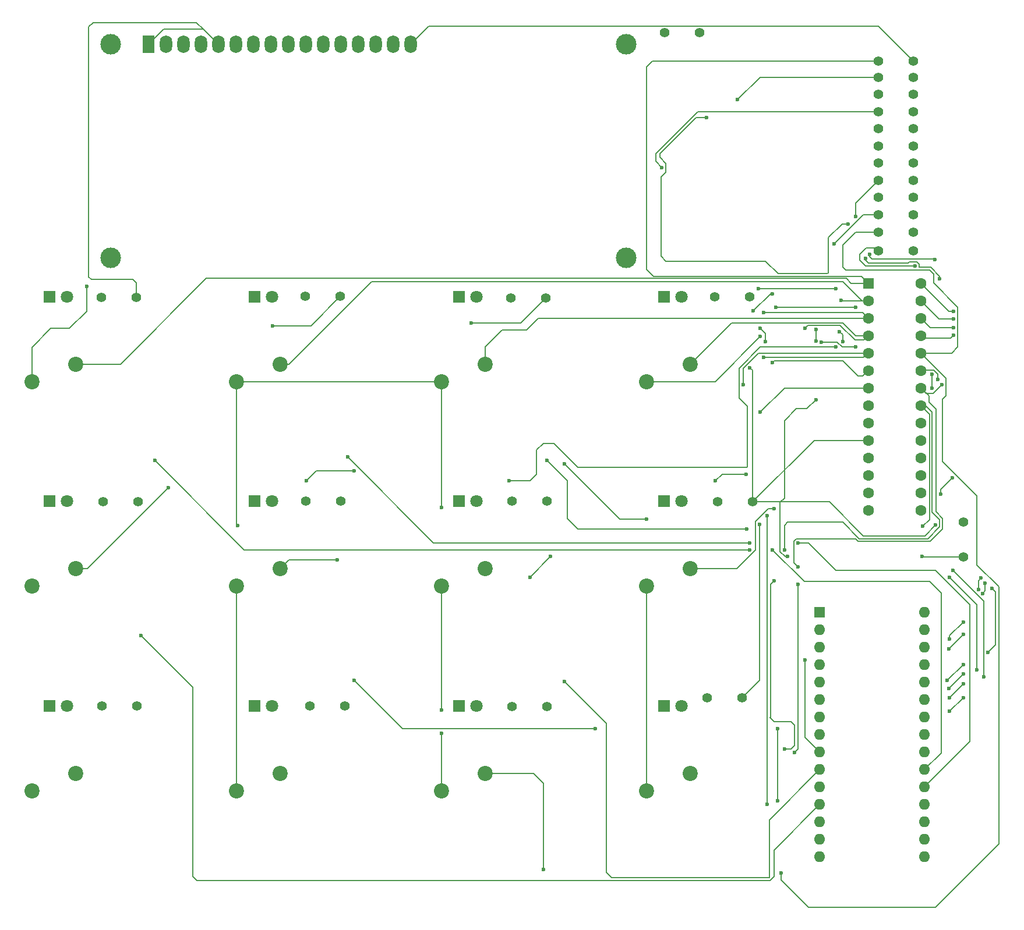
<source format=gbr>
%TF.GenerationSoftware,KiCad,Pcbnew,9.0.6*%
%TF.CreationDate,2025-12-26T23:22:09+00:00*%
%TF.ProjectId,DT,44542e6b-6963-4616-945f-706362585858,rev?*%
%TF.SameCoordinates,Original*%
%TF.FileFunction,Copper,L2,Bot*%
%TF.FilePolarity,Positive*%
%FSLAX46Y46*%
G04 Gerber Fmt 4.6, Leading zero omitted, Abs format (unit mm)*
G04 Created by KiCad (PCBNEW 9.0.6) date 2025-12-26 23:22:09*
%MOMM*%
%LPD*%
G01*
G04 APERTURE LIST*
G04 Aperture macros list*
%AMRoundRect*
0 Rectangle with rounded corners*
0 $1 Rounding radius*
0 $2 $3 $4 $5 $6 $7 $8 $9 X,Y pos of 4 corners*
0 Add a 4 corners polygon primitive as box body*
4,1,4,$2,$3,$4,$5,$6,$7,$8,$9,$2,$3,0*
0 Add four circle primitives for the rounded corners*
1,1,$1+$1,$2,$3*
1,1,$1+$1,$4,$5*
1,1,$1+$1,$6,$7*
1,1,$1+$1,$8,$9*
0 Add four rect primitives between the rounded corners*
20,1,$1+$1,$2,$3,$4,$5,0*
20,1,$1+$1,$4,$5,$6,$7,0*
20,1,$1+$1,$6,$7,$8,$9,0*
20,1,$1+$1,$8,$9,$2,$3,0*%
G04 Aperture macros list end*
%TA.AperFunction,ComponentPad*%
%ADD10C,1.400000*%
%TD*%
%TA.AperFunction,ComponentPad*%
%ADD11R,1.800000X1.800000*%
%TD*%
%TA.AperFunction,ComponentPad*%
%ADD12C,1.800000*%
%TD*%
%TA.AperFunction,ComponentPad*%
%ADD13C,2.200000*%
%TD*%
%TA.AperFunction,ComponentPad*%
%ADD14C,3.000000*%
%TD*%
%TA.AperFunction,ComponentPad*%
%ADD15R,1.800000X2.600000*%
%TD*%
%TA.AperFunction,ComponentPad*%
%ADD16O,1.800000X2.600000*%
%TD*%
%TA.AperFunction,ComponentPad*%
%ADD17RoundRect,0.250000X-0.550000X-0.550000X0.550000X-0.550000X0.550000X0.550000X-0.550000X0.550000X0*%
%TD*%
%TA.AperFunction,ComponentPad*%
%ADD18C,1.600000*%
%TD*%
%TA.AperFunction,ComponentPad*%
%ADD19R,1.600000X1.600000*%
%TD*%
%TA.AperFunction,ComponentPad*%
%ADD20O,1.600000X1.600000*%
%TD*%
%TA.AperFunction,ViaPad*%
%ADD21C,0.600000*%
%TD*%
%TA.AperFunction,Conductor*%
%ADD22C,0.200000*%
%TD*%
G04 APERTURE END LIST*
D10*
%TO.P,R5,1*%
%TO.N,Net-(D5-A)*%
X-365040000Y-24470000D03*
%TO.P,R5,2*%
%TO.N,Net-(DS1-LED(-))*%
X-359960000Y-24470000D03*
%TD*%
D11*
%TO.P,D6,1,K*%
%TO.N,Net-(A1-D8)*%
X-343032000Y-24465000D03*
D12*
%TO.P,D6,2,A*%
%TO.N,Net-(D6-A)*%
X-340492000Y-24465000D03*
%TD*%
D11*
%TO.P,D7,1,K*%
%TO.N,Net-(A1-D7)*%
X-313262000Y-24465000D03*
D12*
%TO.P,D7,2,A*%
%TO.N,Net-(D7-A)*%
X-310722000Y-24465000D03*
%TD*%
D10*
%TO.P,R8,1*%
%TO.N,Net-(D8-A)*%
X-275690000Y-24530000D03*
%TO.P,R8,2*%
%TO.N,Net-(DS1-LED(-))*%
X-270610000Y-24530000D03*
%TD*%
D13*
%TO.P,SW11,1,1*%
%TO.N,Net-(U1-GPA2)*%
X-309470000Y-64040000D03*
%TO.P,SW11,2,2*%
%TO.N,Net-(A1-+5V)*%
X-315820000Y-66580000D03*
%TD*%
D10*
%TO.P,R24,1*%
%TO.N,Net-(U1-GPB2)*%
X-252290000Y34750000D03*
%TO.P,R24,2*%
%TO.N,Net-(DS1-LED(-))*%
X-247210000Y34750000D03*
%TD*%
D11*
%TO.P,D5,1,K*%
%TO.N,Net-(A1-D9)*%
X-372802000Y-24465000D03*
D12*
%TO.P,D5,2,A*%
%TO.N,Net-(D5-A)*%
X-370262000Y-24465000D03*
%TD*%
D13*
%TO.P,SW9,1,1*%
%TO.N,Net-(U1-GPA0)*%
X-369010000Y-64040000D03*
%TO.P,SW9,2,2*%
%TO.N,Net-(A1-+5V)*%
X-375360000Y-66580000D03*
%TD*%
D10*
%TO.P,R4,1*%
%TO.N,Net-(D4-A)*%
X-276080000Y5300000D03*
%TO.P,R4,2*%
%TO.N,Net-(DS1-LED(-))*%
X-271000000Y5300000D03*
%TD*%
D11*
%TO.P,D9,1,K*%
%TO.N,Net-(A1-D5)*%
X-372802000Y-54235000D03*
D12*
%TO.P,D9,2,A*%
%TO.N,Net-(D9-A)*%
X-370262000Y-54235000D03*
%TD*%
D10*
%TO.P,R1,1*%
%TO.N,Net-(D1-A)*%
X-365270000Y5250000D03*
%TO.P,R1,2*%
%TO.N,Net-(DS1-LED(-))*%
X-360190000Y5250000D03*
%TD*%
D11*
%TO.P,D1,1,K*%
%TO.N,Net-(A1-A2)*%
X-372802000Y5305000D03*
D12*
%TO.P,D1,2,A*%
%TO.N,Net-(D1-A)*%
X-370262000Y5305000D03*
%TD*%
D10*
%TO.P,R11,1*%
%TO.N,Net-(D11-A)*%
X-305570000Y-54280000D03*
%TO.P,R11,2*%
%TO.N,Net-(DS1-LED(-))*%
X-300490000Y-54280000D03*
%TD*%
%TO.P,R3,1*%
%TO.N,Net-(D3-A)*%
X-305790000Y5140000D03*
%TO.P,R3,2*%
%TO.N,Net-(DS1-LED(-))*%
X-300710000Y5140000D03*
%TD*%
%TO.P,R25,1*%
%TO.N,Net-(DS1-LED(+))*%
X-283440000Y43700000D03*
%TO.P,R25,2*%
%TO.N,Net-(A1-+5V)*%
X-278360000Y43700000D03*
%TD*%
D13*
%TO.P,SW12,1,1*%
%TO.N,Net-(U1-GPA3)*%
X-279700000Y-64040000D03*
%TO.P,SW12,2,2*%
%TO.N,Net-(A1-+5V)*%
X-286050000Y-66580000D03*
%TD*%
D10*
%TO.P,R23,1*%
%TO.N,Net-(U1-GPB0)*%
X-252290000Y39600000D03*
%TO.P,R23,2*%
%TO.N,Net-(DS1-LED(-))*%
X-247210000Y39600000D03*
%TD*%
%TO.P,R21,1*%
%TO.N,Net-(U1-GPB5)*%
X-252290000Y27250000D03*
%TO.P,R21,2*%
%TO.N,Net-(DS1-LED(-))*%
X-247210000Y27250000D03*
%TD*%
%TO.P,R12,1*%
%TO.N,Net-(D12-A)*%
X-277200000Y-53000000D03*
%TO.P,R12,2*%
%TO.N,Net-(DS1-LED(-))*%
X-272120000Y-53000000D03*
%TD*%
D14*
%TO.P,DS1,*%
%TO.N,*%
X-363955000Y42000000D03*
X-363955000Y10999300D03*
X-288956420Y10999300D03*
X-288955900Y42000000D03*
D15*
%TO.P,DS1,1,VSS*%
%TO.N,Net-(DS1-LED(-))*%
X-358455900Y42000000D03*
D16*
%TO.P,DS1,2,VDD*%
%TO.N,Net-(A1-+5V)*%
X-355915900Y42000000D03*
%TO.P,DS1,3,VO*%
%TO.N,unconnected-(DS1-VO-Pad3)*%
X-353375900Y42000000D03*
%TO.P,DS1,4,RS*%
%TO.N,Net-(DS1-RS)*%
X-350835900Y42000000D03*
%TO.P,DS1,5,R/W*%
%TO.N,Net-(DS1-LED(-))*%
X-348295900Y42000000D03*
%TO.P,DS1,6,E*%
%TO.N,Net-(DS1-E)*%
X-345755900Y42000000D03*
%TO.P,DS1,7,D0*%
%TO.N,unconnected-(DS1-D0-Pad7)*%
X-343215900Y42000000D03*
%TO.P,DS1,8,D1*%
%TO.N,unconnected-(DS1-D1-Pad8)*%
X-340675900Y42000000D03*
%TO.P,DS1,9,D2*%
%TO.N,unconnected-(DS1-D2-Pad9)*%
X-338135900Y42000000D03*
%TO.P,DS1,10,D3*%
%TO.N,unconnected-(DS1-D3-Pad10)*%
X-335595900Y42000000D03*
%TO.P,DS1,11,D4*%
%TO.N,Net-(DS1-D4)*%
X-333055900Y42000000D03*
%TO.P,DS1,12,D5*%
%TO.N,Net-(DS1-D5)*%
X-330515900Y42000000D03*
%TO.P,DS1,13,D6*%
%TO.N,Net-(A1-A6)*%
X-327975900Y42000000D03*
%TO.P,DS1,14,D7*%
%TO.N,Net-(A1-A7)*%
X-325435900Y42000000D03*
%TO.P,DS1,15,LED(+)*%
%TO.N,Net-(DS1-LED(+))*%
X-322895900Y42000000D03*
%TO.P,DS1,16,LED(-)*%
%TO.N,Net-(DS1-LED(-))*%
X-320355900Y42000000D03*
%TD*%
D13*
%TO.P,SW2,1,1*%
%TO.N,Net-(U1-GPB1)*%
X-339240000Y-4500000D03*
%TO.P,SW2,2,2*%
%TO.N,Net-(A1-+5V)*%
X-345590000Y-7040000D03*
%TD*%
D10*
%TO.P,R14,1*%
%TO.N,Net-(U1-GPA2)*%
X-252290000Y11950000D03*
%TO.P,R14,2*%
%TO.N,Net-(DS1-LED(-))*%
X-247210000Y11950000D03*
%TD*%
%TO.P,R22,1*%
%TO.N,Net-(U1-GPB6)*%
X-252290000Y24750000D03*
%TO.P,R22,2*%
%TO.N,Net-(DS1-LED(-))*%
X-247210000Y24750000D03*
%TD*%
D13*
%TO.P,SW4,1,1*%
%TO.N,Net-(U1-GPB3)*%
X-279700000Y-4500000D03*
%TO.P,SW4,2,2*%
%TO.N,Net-(A1-+5V)*%
X-286050000Y-7040000D03*
%TD*%
%TO.P,SW6,1,1*%
%TO.N,Net-(U1-GPB5)*%
X-339240000Y-34270000D03*
%TO.P,SW6,2,2*%
%TO.N,Net-(A1-+5V)*%
X-345590000Y-36810000D03*
%TD*%
D10*
%TO.P,R15,1*%
%TO.N,Net-(U1-GPA1)*%
X-252290000Y37250000D03*
%TO.P,R15,2*%
%TO.N,Net-(DS1-LED(-))*%
X-247210000Y37250000D03*
%TD*%
D13*
%TO.P,SW3,1,1*%
%TO.N,Net-(U1-GPB2)*%
X-309470000Y-4500000D03*
%TO.P,SW3,2,2*%
%TO.N,Net-(A1-+5V)*%
X-315820000Y-7040000D03*
%TD*%
D11*
%TO.P,D12,1,K*%
%TO.N,Net-(A1-D2)*%
X-283492000Y-54235000D03*
D12*
%TO.P,D12,2,A*%
%TO.N,Net-(D12-A)*%
X-280952000Y-54235000D03*
%TD*%
D10*
%TO.P,R16,1*%
%TO.N,Net-(U1-GPA0)*%
X-252290000Y22250000D03*
%TO.P,R16,2*%
%TO.N,Net-(DS1-LED(-))*%
X-247210000Y22250000D03*
%TD*%
D17*
%TO.P,U1,1,GPB0*%
%TO.N,Net-(U1-GPB0)*%
X-253790000Y7270000D03*
D18*
%TO.P,U1,2,GPB1*%
%TO.N,Net-(U1-GPB1)*%
X-253790000Y4730000D03*
%TO.P,U1,3,GPB2*%
%TO.N,Net-(U1-GPB2)*%
X-253790000Y2190000D03*
%TO.P,U1,4,GPB3*%
%TO.N,Net-(U1-GPB3)*%
X-253790000Y-350000D03*
%TO.P,U1,5,GPB4*%
%TO.N,Net-(U1-GPB4)*%
X-253790000Y-2890000D03*
%TO.P,U1,6,GPB5*%
%TO.N,Net-(U1-GPB5)*%
X-253790000Y-5430000D03*
%TO.P,U1,7,GPB6*%
%TO.N,Net-(U1-GPB6)*%
X-253790000Y-7970000D03*
%TO.P,U1,8,GPB7*%
%TO.N,Net-(U1-GPB7)*%
X-253790000Y-10510000D03*
%TO.P,U1,9,VDD*%
%TO.N,Net-(A1-+5V)*%
X-253790000Y-13050000D03*
%TO.P,U1,10,VSS*%
%TO.N,Net-(DS1-LED(-))*%
X-253790000Y-15590000D03*
%TO.P,U1,11,NC*%
%TO.N,unconnected-(U1-NC-Pad11)*%
X-253790000Y-18130000D03*
%TO.P,U1,12,SCK*%
%TO.N,Net-(A1-SCL{slash}A5)*%
X-253790000Y-20670000D03*
%TO.P,U1,13,SDA*%
%TO.N,Net-(A1-SDA{slash}A4)*%
X-253790000Y-23210000D03*
%TO.P,U1,14,NC*%
%TO.N,unconnected-(U1-NC-Pad14)*%
X-253790000Y-25750000D03*
%TO.P,U1,15,A0*%
%TO.N,Net-(DS1-LED(-))*%
X-246170000Y-25750000D03*
%TO.P,U1,16,A1*%
X-246170000Y-23210000D03*
%TO.P,U1,17,A2*%
X-246170000Y-20670000D03*
%TO.P,U1,18,~{RESET}*%
%TO.N,Net-(U1-~{RESET})*%
X-246170000Y-18130000D03*
%TO.P,U1,19,INTB*%
%TO.N,unconnected-(U1-INTB-Pad19)*%
X-246170000Y-15590000D03*
%TO.P,U1,20,INTA*%
%TO.N,unconnected-(U1-INTA-Pad20)*%
X-246170000Y-13050000D03*
%TO.P,U1,21,GPA0*%
%TO.N,Net-(U1-GPA0)*%
X-246170000Y-10510000D03*
%TO.P,U1,22,GPA1*%
%TO.N,Net-(U1-GPA1)*%
X-246170000Y-7970000D03*
%TO.P,U1,23,GPA2*%
%TO.N,Net-(U1-GPA2)*%
X-246170000Y-5430000D03*
%TO.P,U1,24,GPA3*%
%TO.N,Net-(U1-GPA3)*%
X-246170000Y-2890000D03*
%TO.P,U1,25,GPA4*%
%TO.N,Net-(DS1-RS)*%
X-246170000Y-350000D03*
%TO.P,U1,26,GPA5*%
%TO.N,Net-(DS1-E)*%
X-246170000Y2190000D03*
%TO.P,U1,27,GPA6*%
%TO.N,Net-(DS1-D4)*%
X-246170000Y4730000D03*
%TO.P,U1,28,GPA7*%
%TO.N,Net-(DS1-D5)*%
X-246170000Y7270000D03*
%TD*%
D11*
%TO.P,D2,1,K*%
%TO.N,Net-(A1-A1)*%
X-343032000Y5305000D03*
D12*
%TO.P,D2,2,A*%
%TO.N,Net-(D2-A)*%
X-340492000Y5305000D03*
%TD*%
D13*
%TO.P,SW1,1,1*%
%TO.N,Net-(U1-GPB0)*%
X-369010000Y-4500000D03*
%TO.P,SW1,2,2*%
%TO.N,Net-(A1-+5V)*%
X-375360000Y-7040000D03*
%TD*%
D11*
%TO.P,D3,1,K*%
%TO.N,Net-(A1-A0)*%
X-313262000Y5305000D03*
D12*
%TO.P,D3,2,A*%
%TO.N,Net-(D3-A)*%
X-310722000Y5305000D03*
%TD*%
D10*
%TO.P,R17,1*%
%TO.N,Net-(U1-GPB7)*%
X-252290000Y32250000D03*
%TO.P,R17,2*%
%TO.N,Net-(DS1-LED(-))*%
X-247210000Y32250000D03*
%TD*%
D13*
%TO.P,SW8,1,1*%
%TO.N,Net-(U1-GPB7)*%
X-279700000Y-34270000D03*
%TO.P,SW8,2,2*%
%TO.N,Net-(A1-+5V)*%
X-286050000Y-36810000D03*
%TD*%
D10*
%TO.P,R10,1*%
%TO.N,Net-(D10-A)*%
X-334940000Y-54250000D03*
%TO.P,R10,2*%
%TO.N,Net-(DS1-LED(-))*%
X-329860000Y-54250000D03*
%TD*%
%TO.P,R19,1*%
%TO.N,Net-(U1-GPB3)*%
X-252290000Y29750000D03*
%TO.P,R19,2*%
%TO.N,Net-(DS1-LED(-))*%
X-247210000Y29750000D03*
%TD*%
%TO.P,R20,1*%
%TO.N,Net-(U1-GPB4)*%
X-252290000Y17250000D03*
%TO.P,R20,2*%
%TO.N,Net-(DS1-LED(-))*%
X-247210000Y17250000D03*
%TD*%
%TO.P,R2,1*%
%TO.N,Net-(D2-A)*%
X-335610000Y5350000D03*
%TO.P,R2,2*%
%TO.N,Net-(DS1-LED(-))*%
X-330530000Y5350000D03*
%TD*%
D13*
%TO.P,SW5,1,1*%
%TO.N,Net-(U1-GPB4)*%
X-369010000Y-34270000D03*
%TO.P,SW5,2,2*%
%TO.N,Net-(A1-+5V)*%
X-375360000Y-36810000D03*
%TD*%
D11*
%TO.P,D4,1,K*%
%TO.N,Net-(A1-D10)*%
X-283492000Y5305000D03*
D12*
%TO.P,D4,2,A*%
%TO.N,Net-(D4-A)*%
X-280952000Y5305000D03*
%TD*%
D10*
%TO.P,R26,1*%
%TO.N,Net-(A1-+5V)*%
X-240000000Y-32540000D03*
%TO.P,R26,2*%
%TO.N,Net-(U1-~{RESET})*%
X-240000000Y-27460000D03*
%TD*%
%TO.P,R6,1*%
%TO.N,Net-(D6-A)*%
X-335530000Y-24440000D03*
%TO.P,R6,2*%
%TO.N,Net-(DS1-LED(-))*%
X-330450000Y-24440000D03*
%TD*%
D11*
%TO.P,D11,1,K*%
%TO.N,Net-(A1-D3)*%
X-313262000Y-54235000D03*
D12*
%TO.P,D11,2,A*%
%TO.N,Net-(D11-A)*%
X-310722000Y-54235000D03*
%TD*%
D10*
%TO.P,R18,1*%
%TO.N,Net-(U1-GPB1)*%
X-252290000Y19750000D03*
%TO.P,R18,2*%
%TO.N,Net-(DS1-LED(-))*%
X-247210000Y19750000D03*
%TD*%
%TO.P,R9,1*%
%TO.N,Net-(D9-A)*%
X-365230000Y-54260000D03*
%TO.P,R9,2*%
%TO.N,Net-(DS1-LED(-))*%
X-360150000Y-54260000D03*
%TD*%
D11*
%TO.P,D8,1,K*%
%TO.N,Net-(A1-D6)*%
X-283492000Y-24465000D03*
D12*
%TO.P,D8,2,A*%
%TO.N,Net-(D8-A)*%
X-280952000Y-24465000D03*
%TD*%
D10*
%TO.P,R13,1*%
%TO.N,Net-(U1-GPA3)*%
X-252290000Y14650000D03*
%TO.P,R13,2*%
%TO.N,Net-(DS1-LED(-))*%
X-247210000Y14650000D03*
%TD*%
D19*
%TO.P,A1,1,TX1*%
%TO.N,unconnected-(A1-TX1-Pad1)*%
X-260840000Y-40610000D03*
D20*
%TO.P,A1,2,RX1*%
%TO.N,unconnected-(A1-RX1-Pad2)*%
X-260840000Y-43150000D03*
%TO.P,A1,3,~{RESET}*%
%TO.N,unconnected-(A1-~{RESET}-Pad3)*%
X-260840000Y-45690000D03*
%TO.P,A1,4,GND*%
%TO.N,Net-(DS1-LED(-))*%
X-260840000Y-48230000D03*
%TO.P,A1,5,D2*%
%TO.N,Net-(A1-D2)*%
X-260840000Y-50770000D03*
%TO.P,A1,6,D3*%
%TO.N,Net-(A1-D3)*%
X-260840000Y-53310000D03*
%TO.P,A1,7,D4*%
%TO.N,Net-(A1-D4)*%
X-260840000Y-55850000D03*
%TO.P,A1,8,D5*%
%TO.N,Net-(A1-D5)*%
X-260840000Y-58390000D03*
%TO.P,A1,9,D6*%
%TO.N,Net-(A1-D6)*%
X-260840000Y-60930000D03*
%TO.P,A1,10,D7*%
%TO.N,Net-(A1-D7)*%
X-260840000Y-63470000D03*
%TO.P,A1,11,D8*%
%TO.N,Net-(A1-D8)*%
X-260840000Y-66010000D03*
%TO.P,A1,12,D9*%
%TO.N,Net-(A1-D9)*%
X-260840000Y-68550000D03*
%TO.P,A1,13,D10*%
%TO.N,Net-(A1-D10)*%
X-260840000Y-71090000D03*
%TO.P,A1,14,MOSI*%
%TO.N,unconnected-(A1-MOSI-Pad14)*%
X-260840000Y-73630000D03*
%TO.P,A1,15,MISO*%
%TO.N,unconnected-(A1-MISO-Pad15)*%
X-260840000Y-76170000D03*
%TO.P,A1,16,SCK*%
%TO.N,unconnected-(A1-SCK-Pad16)*%
X-245600000Y-76170000D03*
%TO.P,A1,17,3V3*%
%TO.N,unconnected-(A1-3V3-Pad17)*%
X-245600000Y-73630000D03*
%TO.P,A1,18,AREF*%
%TO.N,unconnected-(A1-AREF-Pad18)*%
X-245600000Y-71090000D03*
%TO.P,A1,19,A0*%
%TO.N,Net-(A1-A0)*%
X-245600000Y-68550000D03*
%TO.P,A1,20,A1*%
%TO.N,Net-(A1-A1)*%
X-245600000Y-66010000D03*
%TO.P,A1,21,A2*%
%TO.N,Net-(A1-A2)*%
X-245600000Y-63470000D03*
%TO.P,A1,22,A3*%
%TO.N,unconnected-(A1-A3-Pad22)*%
X-245600000Y-60930000D03*
%TO.P,A1,23,SDA/A4*%
%TO.N,Net-(A1-SDA{slash}A4)*%
X-245600000Y-58390000D03*
%TO.P,A1,24,SCL/A5*%
%TO.N,Net-(A1-SCL{slash}A5)*%
X-245600000Y-55850000D03*
%TO.P,A1,25,A6*%
%TO.N,Net-(A1-A6)*%
X-245600000Y-53310000D03*
%TO.P,A1,26,A7*%
%TO.N,Net-(A1-A7)*%
X-245600000Y-50770000D03*
%TO.P,A1,27,+5V*%
%TO.N,Net-(A1-+5V)*%
X-245600000Y-48230000D03*
%TO.P,A1,28,~{RESET}*%
%TO.N,unconnected-(A1-~{RESET}-Pad28)*%
X-245600000Y-45690000D03*
%TO.P,A1,29,GND*%
%TO.N,Net-(DS1-LED(-))*%
X-245600000Y-43150000D03*
%TO.P,A1,30,VIN*%
%TO.N,unconnected-(A1-VIN-Pad30)*%
X-245600000Y-40610000D03*
%TD*%
D13*
%TO.P,SW7,1,1*%
%TO.N,Net-(U1-GPB6)*%
X-309470000Y-34270000D03*
%TO.P,SW7,2,2*%
%TO.N,Net-(A1-+5V)*%
X-315820000Y-36810000D03*
%TD*%
%TO.P,SW10,1,1*%
%TO.N,Net-(U1-GPA1)*%
X-339240000Y-64040000D03*
%TO.P,SW10,2,2*%
%TO.N,Net-(A1-+5V)*%
X-345590000Y-66580000D03*
%TD*%
D11*
%TO.P,D10,1,K*%
%TO.N,Net-(A1-D4)*%
X-343032000Y-54235000D03*
D12*
%TO.P,D10,2,A*%
%TO.N,Net-(D10-A)*%
X-340492000Y-54235000D03*
%TD*%
D10*
%TO.P,R7,1*%
%TO.N,Net-(D7-A)*%
X-305600000Y-24400000D03*
%TO.P,R7,2*%
%TO.N,Net-(DS1-LED(-))*%
X-300520000Y-24400000D03*
%TD*%
D21*
%TO.N,Net-(A1-D8)*%
X-267000000Y-68000000D03*
X-328500000Y-50500000D03*
X-293500000Y-57500000D03*
X-267000000Y-57500000D03*
%TO.N,Net-(A1-A1)*%
X-264000000Y-30500000D03*
X-271000000Y-30500000D03*
X-329500000Y-18000000D03*
%TO.N,Net-(A1-A6)*%
X-242100000Y-51700000D03*
X-240000000Y-49600000D03*
X-235800000Y-37100000D03*
X-236400000Y-46400000D03*
%TO.N,Net-(A1-D9)*%
X-359500000Y-44000000D03*
%TO.N,Net-(A1-+5V)*%
X-298000000Y-19000000D03*
X-286050000Y-27050000D03*
X-269500000Y-500000D03*
X-237400000Y-35600000D03*
X-244500000Y-8000000D03*
X-240000000Y-42000000D03*
X-315820000Y-58180000D03*
X-240000000Y-43800000D03*
X-246000000Y-32500000D03*
X-237800000Y-37300000D03*
X-242100000Y-45900000D03*
X-315820000Y-54820000D03*
X-242000000Y-44500000D03*
X-345500000Y-28000000D03*
X-315820000Y-25320000D03*
X-367400000Y6800000D03*
X-244500000Y-6000000D03*
%TO.N,Net-(A1-A2)*%
X-267700000Y-31500000D03*
X-357500000Y-18500000D03*
X-271000000Y-31500000D03*
%TO.N,Net-(DS1-RS)*%
X-241400000Y-300000D03*
%TO.N,Net-(DS1-D4)*%
X-241400000Y2100000D03*
%TO.N,Net-(DS1-D5)*%
X-241400000Y3200000D03*
%TO.N,Net-(DS1-E)*%
X-241400000Y800000D03*
%TO.N,Net-(A1-A7)*%
X-242300000Y-50500000D03*
X-236800000Y-36400000D03*
X-237200000Y-37900000D03*
X-240000000Y-48200000D03*
%TO.N,Net-(DS1-LED(-))*%
X-261420000Y580000D03*
X-271000000Y-5000000D03*
X-269600000Y-27800000D03*
X-340400000Y1100000D03*
X-261420000Y-1100000D03*
X-244000000Y-27920000D03*
X-311500000Y1500000D03*
X-265500000Y-32500000D03*
X-261420000Y-9670000D03*
%TO.N,Net-(A1-D10)*%
X-268500000Y-26500000D03*
X-268500000Y-68500000D03*
%TO.N,Net-(A1-D6)*%
X-263000000Y-47500000D03*
%TO.N,Net-(A1-SDA{slash}A4)*%
X-242000000Y-55000000D03*
X-237000000Y-50000000D03*
X-241500000Y-34500000D03*
X-240000000Y-53000000D03*
%TO.N,Net-(A1-A0)*%
X-271500000Y-28500000D03*
X-300500000Y-18500000D03*
%TO.N,Net-(A1-D7)*%
X-298000000Y-50700000D03*
%TO.N,Net-(A1-SCL{slash}A5)*%
X-242000000Y-53000000D03*
X-242000000Y-35500000D03*
X-240000000Y-51000000D03*
X-238000000Y-49000000D03*
%TO.N,Net-(U1-GPA3)*%
X-266500000Y-78500000D03*
%TO.N,Net-(U1-GPA2)*%
X-301000000Y-78000000D03*
X-247000000Y9800000D03*
X-243700000Y-6700000D03*
%TO.N,Net-(U1-GPA1)*%
X-243100000Y-7500000D03*
X-272800000Y34000000D03*
X-256700000Y15900000D03*
X-254200000Y10900000D03*
X-243400000Y7900000D03*
X-264000000Y-34000000D03*
X-264000000Y-36500000D03*
X-277300000Y31400000D03*
X-264500000Y-61000000D03*
%TO.N,Net-(U1-GPA0)*%
X-266000000Y-60500000D03*
X-241600000Y-21000000D03*
X-245900000Y-28100000D03*
X-267500000Y-36000000D03*
X-253600000Y11500000D03*
X-244100000Y10700000D03*
X-243300000Y-23400000D03*
X-266000000Y-31500000D03*
X-255600000Y17000000D03*
%TO.N,Net-(U1-GPB7)*%
X-260600000Y-1300000D03*
X-255600000Y3800000D03*
X-267500000Y-25500000D03*
X-267200000Y3800000D03*
X-283800000Y24100000D03*
X-255600000Y-2000000D03*
%TO.N,Net-(U1-GPB1)*%
X-257750000Y4750000D03*
%TO.N,Net-(U1-GPB3)*%
X-263000000Y750000D03*
%TO.N,Net-(U1-GPB4)*%
X-328500000Y-20000000D03*
X-272000000Y-7500000D03*
X-268750000Y-1250000D03*
X-258750000Y13000000D03*
X-269500000Y750000D03*
X-258500000Y6500000D03*
X-355500000Y-22500000D03*
X-269750000Y6500000D03*
X-335500000Y-21500000D03*
X-269000000Y-3500000D03*
%TO.N,Net-(U1-GPB5)*%
X-258500000Y-2000000D03*
X-267750000Y-4250000D03*
X-267750000Y5750000D03*
X-270500000Y3250000D03*
X-306000000Y-21500000D03*
X-331000000Y-33000000D03*
%TO.N,Net-(U1-GPB6)*%
X-303000000Y-35500000D03*
X-269500000Y-11500000D03*
X-257500000Y-1250000D03*
X-300000000Y-32500000D03*
X-276000000Y-21500000D03*
X-271511000Y-20489000D03*
X-258000000Y250000D03*
%TO.N,Net-(U1-GPB2)*%
X-269000000Y3000000D03*
%TD*%
D22*
%TO.N,Net-(A1-D8)*%
X-321500000Y-57500000D02*
X-293500000Y-57500000D01*
X-267000000Y-57500000D02*
X-267000000Y-68000000D01*
X-328500000Y-50500000D02*
X-321500000Y-57500000D01*
%TO.N,Net-(A1-A1)*%
X-239000000Y-59410000D02*
X-245600000Y-66010000D01*
X-239000000Y-39500000D02*
X-239000000Y-59410000D01*
X-244000000Y-34500000D02*
X-239000000Y-39500000D01*
X-258500000Y-34500000D02*
X-244000000Y-34500000D01*
X-317000000Y-30500000D02*
X-271000000Y-30500000D01*
X-329500000Y-18000000D02*
X-317000000Y-30500000D01*
X-264000000Y-30500000D02*
X-262500000Y-30500000D01*
X-262500000Y-30500000D02*
X-258500000Y-34500000D01*
%TO.N,Net-(A1-A6)*%
X-236400000Y-46400000D02*
X-235300000Y-45300000D01*
X-235300000Y-45300000D02*
X-235300000Y-37600000D01*
X-242100000Y-51700000D02*
X-240000000Y-49600000D01*
X-235300000Y-37600000D02*
X-235800000Y-37100000D01*
%TO.N,Net-(A1-D9)*%
X-268033900Y-79601000D02*
X-267500000Y-79067100D01*
X-267500000Y-79067100D02*
X-267500000Y-75210000D01*
X-352000000Y-51500000D02*
X-352000000Y-79000000D01*
X-267500000Y-75210000D02*
X-260840000Y-68550000D01*
X-351399000Y-79601000D02*
X-268033900Y-79601000D01*
X-359500000Y-44000000D02*
X-352000000Y-51500000D01*
X-352000000Y-79000000D02*
X-351399000Y-79601000D01*
%TO.N,Net-(A1-+5V)*%
X-289950000Y-27050000D02*
X-298000000Y-19000000D01*
X-315820000Y-58180000D02*
X-315820000Y-66580000D01*
X-244500000Y-6000000D02*
X-244500000Y-8000000D01*
X-345500000Y-28000000D02*
X-345590000Y-27910000D01*
X-286050000Y-27050000D02*
X-289950000Y-27050000D01*
X-375360000Y-2060000D02*
X-375360000Y-7040000D01*
X-246000000Y-32500000D02*
X-245960000Y-32540000D01*
X-242000000Y-44000000D02*
X-242000000Y-44500000D01*
X-286050000Y-7040000D02*
X-276040000Y-7040000D01*
X-345590000Y-27910000D02*
X-345590000Y-7040000D01*
X-276040000Y-7040000D02*
X-269500000Y-500000D01*
X-245960000Y-32540000D02*
X-240000000Y-32540000D01*
X-240000000Y-43800000D02*
X-242100000Y-45900000D01*
X-369900000Y700000D02*
X-372600000Y700000D01*
X-240000000Y-42000000D02*
X-242000000Y-44000000D01*
X-367400000Y6800000D02*
X-367400000Y3200000D01*
X-345590000Y-7040000D02*
X-315820000Y-7040000D01*
X-286050000Y-66580000D02*
X-286050000Y-36810000D01*
X-345590000Y-66580000D02*
X-345590000Y-36810000D01*
X-237800000Y-36000000D02*
X-237800000Y-37300000D01*
X-237400000Y-35600000D02*
X-237800000Y-36000000D01*
X-367400000Y3200000D02*
X-369900000Y700000D01*
X-315820000Y-36810000D02*
X-315820000Y-54820000D01*
X-315820000Y-7040000D02*
X-315820000Y-25320000D01*
X-372600000Y700000D02*
X-375360000Y-2060000D01*
%TO.N,Net-(A1-A2)*%
X-267700000Y-31500000D02*
X-263100000Y-36100000D01*
X-357500000Y-18500000D02*
X-344500000Y-31500000D01*
X-243200000Y-61070000D02*
X-245600000Y-63470000D01*
X-243200000Y-37800000D02*
X-243200000Y-61070000D01*
X-244900000Y-36100000D02*
X-243200000Y-37800000D01*
X-263100000Y-36100000D02*
X-244900000Y-36100000D01*
X-344500000Y-31500000D02*
X-271000000Y-31500000D01*
%TO.N,Net-(DS1-RS)*%
X-241800000Y-700000D02*
X-245820000Y-700000D01*
X-241400000Y-300000D02*
X-241800000Y-700000D01*
X-245820000Y-700000D02*
X-246170000Y-350000D01*
%TO.N,Net-(DS1-D4)*%
X-243540000Y2100000D02*
X-246170000Y4730000D01*
X-241400000Y2100000D02*
X-243540000Y2100000D01*
%TO.N,Net-(DS1-D5)*%
X-241400000Y3200000D02*
X-242100000Y3200000D01*
X-242100000Y3200000D02*
X-246170000Y7270000D01*
%TO.N,Net-(DS1-E)*%
X-244780000Y800000D02*
X-246170000Y2190000D01*
X-241400000Y800000D02*
X-244780000Y800000D01*
%TO.N,Net-(A1-A7)*%
X-236800000Y-36400000D02*
X-236800000Y-37500000D01*
X-240000000Y-48200000D02*
X-242300000Y-50500000D01*
X-236800000Y-37500000D02*
X-237200000Y-37900000D01*
%TO.N,Net-(DS1-LED(-))*%
X-264250000Y-11000000D02*
X-266000000Y-12750000D01*
X-266601000Y-24601000D02*
X-266601000Y-31748943D01*
X-252310000Y44700000D02*
X-247210000Y39600000D01*
X-261670000Y-15590000D02*
X-270610000Y-24530000D01*
X-259470000Y-24530000D02*
X-270610000Y-24530000D01*
X-269600000Y-50480000D02*
X-272120000Y-53000000D01*
X-367100000Y8200000D02*
X-366700000Y7800000D01*
X-317655900Y44700000D02*
X-252310000Y44700000D01*
X-340400000Y1100000D02*
X-334780000Y1100000D01*
X-358455900Y42000000D02*
X-356253850Y44202050D01*
X-360190000Y7290000D02*
X-360190000Y5250000D01*
X-271000000Y-5000000D02*
X-270610000Y-5390000D01*
X-253790000Y-15590000D02*
X-261670000Y-15590000D01*
X-244000000Y-27920000D02*
X-245580000Y-29500000D01*
X-350497950Y44202050D02*
X-351495900Y45200000D01*
X-304350000Y1500000D02*
X-300710000Y5140000D01*
X-311500000Y1500000D02*
X-304350000Y1500000D01*
X-269600000Y-27800000D02*
X-269600000Y-50480000D01*
X-351495900Y45200000D02*
X-366500000Y45200000D01*
X-266601000Y-31748943D02*
X-265849943Y-32500000D01*
X-265849943Y-32500000D02*
X-265500000Y-32500000D01*
X-261420000Y580000D02*
X-261420000Y-1100000D01*
X-261420000Y-9670000D02*
X-262750000Y-11000000D01*
X-245580000Y-29500000D02*
X-254500000Y-29500000D01*
X-262750000Y-11000000D02*
X-264250000Y-11000000D01*
X-360700000Y7800000D02*
X-360190000Y7290000D01*
X-270610000Y-5390000D02*
X-270610000Y-24530000D01*
X-367100000Y44600000D02*
X-367100000Y8200000D01*
X-366500000Y45200000D02*
X-367100000Y44600000D01*
X-356253850Y44202050D02*
X-350497950Y44202050D01*
X-334780000Y1100000D02*
X-330530000Y5350000D01*
X-266000000Y-24000000D02*
X-266601000Y-24601000D01*
X-366700000Y7800000D02*
X-360700000Y7800000D01*
X-254500000Y-29500000D02*
X-259470000Y-24530000D01*
X-320355900Y42000000D02*
X-317655900Y44700000D01*
X-266000000Y-12750000D02*
X-266000000Y-24000000D01*
X-348295900Y42000000D02*
X-350497950Y44202050D01*
%TO.N,Net-(A1-D10)*%
X-268500000Y-26500000D02*
X-268500000Y-68500000D01*
%TO.N,Net-(A1-D6)*%
X-263000000Y-47500000D02*
X-263000000Y-58770000D01*
X-263000000Y-58770000D02*
X-260840000Y-60930000D01*
%TO.N,Net-(A1-SDA{slash}A4)*%
X-240000000Y-53000000D02*
X-242000000Y-55000000D01*
X-241500000Y-34500000D02*
X-237000000Y-39000000D01*
X-237000000Y-39000000D02*
X-237000000Y-50000000D01*
%TO.N,Net-(A1-A0)*%
X-297500000Y-27000000D02*
X-296000000Y-28500000D01*
X-296000000Y-28500000D02*
X-271500000Y-28500000D01*
X-297500000Y-21500000D02*
X-297500000Y-27000000D01*
X-300500000Y-18500000D02*
X-297500000Y-21500000D01*
%TO.N,Net-(A1-D7)*%
X-268200000Y-70830000D02*
X-260840000Y-63470000D01*
X-268200000Y-79200000D02*
X-268200000Y-70830000D01*
X-298000000Y-50700000D02*
X-291900000Y-56800000D01*
X-291100000Y-79200000D02*
X-268200000Y-79200000D01*
X-291900000Y-78400000D02*
X-291100000Y-79200000D01*
X-291900000Y-56800000D02*
X-291900000Y-78400000D01*
%TO.N,Net-(A1-SCL{slash}A5)*%
X-238000000Y-39500000D02*
X-238000000Y-49000000D01*
X-242000000Y-35500000D02*
X-238000000Y-39500000D01*
X-240000000Y-51000000D02*
X-242000000Y-53000000D01*
%TO.N,Net-(U1-GPA3)*%
X-257100000Y9200000D02*
X-257500000Y9600000D01*
X-257500000Y9600000D02*
X-257500000Y12800000D01*
X-238000000Y-33700000D02*
X-238000000Y-23700000D01*
X-234800000Y-36900000D02*
X-238000000Y-33700000D01*
X-242500000Y-9100000D02*
X-242500000Y-6560000D01*
X-243000000Y-18700000D02*
X-243000000Y-9600000D01*
X-257500000Y12800000D02*
X-255650000Y14650000D01*
X-244300000Y8600000D02*
X-244900000Y9200000D01*
X-238000000Y-23700000D02*
X-243000000Y-18700000D01*
X-240800000Y3800000D02*
X-244300000Y7300000D01*
X-262500000Y-83500000D02*
X-244000000Y-83500000D01*
X-240800000Y-2000000D02*
X-240800000Y3800000D01*
X-266500000Y-78500000D02*
X-266500000Y-79500000D01*
X-242500000Y-6560000D02*
X-246170000Y-2890000D01*
X-266500000Y-79500000D02*
X-262500000Y-83500000D01*
X-234800000Y-74300000D02*
X-234800000Y-36900000D01*
X-255650000Y14650000D02*
X-252290000Y14650000D01*
X-243000000Y-9600000D02*
X-242500000Y-9100000D01*
X-246170000Y-2890000D02*
X-241690000Y-2890000D01*
X-244900000Y9200000D02*
X-257100000Y9200000D01*
X-241690000Y-2890000D02*
X-240800000Y-2000000D01*
X-244300000Y7300000D02*
X-244300000Y8600000D01*
X-244000000Y-83500000D02*
X-234800000Y-74300000D01*
%TO.N,Net-(U1-GPA2)*%
X-244251057Y-5399000D02*
X-243700000Y-5950057D01*
X-246139000Y-5399000D02*
X-244251057Y-5399000D01*
X-254100000Y12400000D02*
X-252740000Y12400000D01*
X-247000000Y9800000D02*
X-254200000Y9800000D01*
X-309470000Y-64040000D02*
X-302460000Y-64040000D01*
X-302460000Y-64040000D02*
X-301000000Y-65500000D01*
X-243700000Y-5950057D02*
X-243700000Y-6700000D01*
X-255000000Y10600000D02*
X-255000000Y11500000D01*
X-252740000Y12400000D02*
X-252290000Y11950000D01*
X-246170000Y-5430000D02*
X-246139000Y-5399000D01*
X-301000000Y-65500000D02*
X-301000000Y-78000000D01*
X-254200000Y9800000D02*
X-255000000Y10600000D01*
X-255000000Y11500000D02*
X-254100000Y12400000D01*
%TO.N,Net-(U1-GPA1)*%
X-243400000Y7900000D02*
X-243400000Y8267100D01*
X-244802000Y-30302000D02*
X-242998000Y-28498000D01*
X-278800000Y31400000D02*
X-277300000Y31400000D01*
X-246399000Y9600000D02*
X-246399000Y10048943D01*
X-245000000Y-9140000D02*
X-246170000Y-7970000D01*
X-245370001Y-8769999D02*
X-244369999Y-8769999D01*
X-253800000Y10201000D02*
X-253801000Y10201000D01*
X-243400000Y8267100D02*
X-244733900Y9601000D01*
X-283200000Y24700000D02*
X-284100000Y25600000D01*
X-244733900Y9601000D02*
X-244734900Y9600000D01*
X-283200000Y23400000D02*
X-283200000Y24700000D01*
X-284100000Y25600000D02*
X-284100000Y26100000D01*
X-255265100Y-30302000D02*
X-244802000Y-30302000D01*
X-246751057Y10401000D02*
X-247800000Y10401000D01*
X-283900000Y11200000D02*
X-283900000Y22700000D01*
X-242998000Y-26934900D02*
X-243966450Y-25966450D01*
X-246725029Y10374972D02*
X-246751057Y10401000D01*
X-264500000Y-61000000D02*
X-264000000Y-60500000D01*
X-264248943Y-29899000D02*
X-255668100Y-29899000D01*
X-264000000Y-34000000D02*
X-264601000Y-33399000D01*
X-259749000Y8651000D02*
X-266900000Y8651000D01*
X-284100000Y26100000D02*
X-278800000Y31400000D01*
X-248000000Y10201000D02*
X-253800000Y10201000D01*
X-264000000Y-60500000D02*
X-264000000Y-36500000D01*
X-283200000Y10500000D02*
X-283900000Y11200000D01*
X-246170000Y-7970000D02*
X-245370001Y-8769999D01*
X-259600000Y13900000D02*
X-259600000Y8800000D01*
X-255668100Y-29899000D02*
X-255265100Y-30302000D01*
X-256700000Y15900000D02*
X-257600000Y15900000D01*
X-246399000Y10048943D02*
X-246725029Y10374972D01*
X-243966450Y-25966450D02*
X-243966450Y-11033550D01*
X-268749000Y10500000D02*
X-283200000Y10500000D01*
X-283900000Y22700000D02*
X-283200000Y23400000D01*
X-254200000Y10600000D02*
X-254200000Y10900000D01*
X-253801000Y10201000D02*
X-254200000Y10600000D01*
X-264601000Y-33399000D02*
X-264601000Y-30251057D01*
X-245000000Y-10000000D02*
X-245000000Y-9140000D01*
X-272800000Y34000000D02*
X-269550000Y37250000D01*
X-257600000Y15900000D02*
X-259600000Y13900000D01*
X-269550000Y37250000D02*
X-252290000Y37250000D01*
X-264601000Y-30251057D02*
X-264248943Y-29899000D01*
X-266900000Y8651000D02*
X-268749000Y10500000D01*
X-242998000Y-28498000D02*
X-242998000Y-26934900D01*
X-244369999Y-8769999D02*
X-243100000Y-7500000D01*
X-259600000Y8800000D02*
X-259749000Y8651000D01*
X-244734900Y9600000D02*
X-246399000Y9600000D01*
X-243966450Y-11033550D02*
X-245000000Y-10000000D01*
X-247800000Y10401000D02*
X-248000000Y10201000D01*
%TO.N,Net-(U1-GPA0)*%
X-253300000Y10800000D02*
X-253600000Y11100000D01*
X-268000000Y-36500000D02*
X-267500000Y-36000000D01*
X-264500000Y-60000000D02*
X-264500000Y-57000000D01*
X-267500000Y-56500000D02*
X-268099000Y-55901000D01*
X-244202000Y10802000D02*
X-253298000Y10802000D01*
X-244900000Y-27100000D02*
X-245900000Y-28100000D01*
X-265500000Y-27500000D02*
X-257500000Y-27500000D01*
X-245131057Y-29901000D02*
X-243399000Y-28168943D01*
X-266000000Y-28000000D02*
X-265500000Y-27500000D01*
X-244100000Y10700000D02*
X-244202000Y10802000D01*
X-265000000Y-60500000D02*
X-264500000Y-60000000D01*
X-255099000Y-29901000D02*
X-245131057Y-29901000D01*
X-266000000Y-31500000D02*
X-266000000Y-28000000D01*
X-244900000Y-11780000D02*
X-244900000Y-27100000D01*
X-243300000Y-23400000D02*
X-243300000Y-22700000D01*
X-266000000Y-60500000D02*
X-265000000Y-60500000D01*
X-265000000Y-56500000D02*
X-267500000Y-56500000D01*
X-255600000Y17000000D02*
X-255600000Y18940000D01*
X-243399000Y-27101000D02*
X-244500000Y-26000000D01*
X-245490000Y-10510000D02*
X-246170000Y-10510000D01*
X-246170000Y-10510000D02*
X-244900000Y-11780000D01*
X-264500000Y-57000000D02*
X-265000000Y-56500000D01*
X-253600000Y11100000D02*
X-253600000Y11500000D01*
X-244500000Y-26000000D02*
X-244500000Y-11500000D01*
X-244500000Y-11500000D02*
X-245490000Y-10510000D01*
X-243300000Y-22700000D02*
X-241700000Y-21100000D01*
X-268000000Y-55802000D02*
X-268000000Y-36500000D01*
X-243399000Y-28168943D02*
X-243399000Y-27101000D01*
X-241700000Y-21100000D02*
X-241600000Y-21000000D01*
X-257500000Y-27500000D02*
X-255099000Y-29901000D01*
X-268099000Y-55901000D02*
X-268000000Y-55802000D01*
X-253298000Y10802000D02*
X-253300000Y10800000D01*
X-255600000Y18940000D02*
X-252290000Y22250000D01*
%TO.N,Net-(U1-GPB7)*%
X-272920057Y-34270000D02*
X-270201000Y-31550943D01*
X-255600000Y3800000D02*
X-267200000Y3800000D01*
X-270201000Y-27351057D02*
X-268349943Y-25500000D01*
X-283800000Y24100000D02*
X-284700000Y25000000D01*
X-284700000Y26100000D02*
X-278550000Y32250000D01*
X-279700000Y-34270000D02*
X-272920057Y-34270000D01*
X-257599943Y-2000000D02*
X-255600000Y-2000000D01*
X-268349943Y-25500000D02*
X-267500000Y-25500000D01*
X-270201000Y-31550943D02*
X-270201000Y-27351057D01*
X-278550000Y32250000D02*
X-252290000Y32250000D01*
X-258299943Y-1300000D02*
X-257599943Y-2000000D01*
X-284700000Y25000000D02*
X-284700000Y26100000D01*
X-260600000Y-1300000D02*
X-258299943Y-1300000D01*
%TO.N,Net-(U1-GPB1)*%
X-257730000Y4730000D02*
X-257750000Y4750000D01*
X-338000000Y-4500000D02*
X-326000000Y7500000D01*
X-257500000Y7500000D02*
X-254730000Y4730000D01*
X-326000000Y7500000D02*
X-257500000Y7500000D01*
X-254730000Y4730000D02*
X-253790000Y4730000D01*
X-253790000Y4730000D02*
X-257730000Y4730000D01*
X-339240000Y-4500000D02*
X-338000000Y-4500000D01*
%TO.N,Net-(U1-GPB3)*%
X-253790000Y-350000D02*
X-254440000Y-1000000D01*
X-262569000Y1181000D02*
X-263000000Y750000D01*
X-273700000Y1500000D02*
X-257500000Y1500000D01*
X-254440000Y-1000000D02*
X-255750000Y-1000000D01*
X-279700000Y-4500000D02*
X-273700000Y1500000D01*
X-255750000Y-1000000D02*
X-257931000Y1181000D01*
X-257931000Y1181000D02*
X-262569000Y1181000D01*
X-257500000Y1500000D02*
X-255650000Y-350000D01*
X-255650000Y-350000D02*
X-253790000Y-350000D01*
%TO.N,Net-(U1-GPB4)*%
X-253890000Y-2890000D02*
X-254500000Y-3500000D01*
X-254500000Y17250000D02*
X-252290000Y17250000D01*
X-335500000Y-21500000D02*
X-334000000Y-20000000D01*
X-258750000Y13000000D02*
X-254500000Y17250000D01*
X-334000000Y-20000000D02*
X-328500000Y-20000000D01*
X-367270000Y-34270000D02*
X-355500000Y-22500000D01*
X-253790000Y-2890000D02*
X-253890000Y-2890000D01*
X-269739943Y-2890000D02*
X-253790000Y-2890000D01*
X-272000000Y-7500000D02*
X-272000000Y-5150057D01*
X-272000000Y-5150057D02*
X-269739943Y-2890000D01*
X-268750000Y-1250000D02*
X-268750000Y0D01*
X-369010000Y-34270000D02*
X-367270000Y-34270000D01*
X-254500000Y-3500000D02*
X-269000000Y-3500000D01*
X-268750000Y0D02*
X-269500000Y750000D01*
X-269750000Y6500000D02*
X-258500000Y6500000D01*
%TO.N,Net-(U1-GPB5)*%
X-270500000Y3250000D02*
X-268000000Y5750000D01*
X-271500000Y-19500000D02*
X-271399000Y-19399000D01*
X-337970000Y-33000000D02*
X-331000000Y-33000000D01*
X-255250000Y-6250000D02*
X-257500000Y-4000000D01*
X-339240000Y-34270000D02*
X-337970000Y-33000000D01*
X-306000000Y-21500000D02*
X-303000000Y-21500000D01*
X-272601000Y-5101000D02*
X-269500000Y-2000000D01*
X-302000000Y-17000000D02*
X-301000000Y-16000000D01*
X-253790000Y-5430000D02*
X-254610000Y-6250000D01*
X-257500000Y-4000000D02*
X-267500000Y-4000000D01*
X-301000000Y-16000000D02*
X-299500000Y-16000000D01*
X-302000000Y-20500000D02*
X-302000000Y-17000000D01*
X-299500000Y-16000000D02*
X-296000000Y-19500000D01*
X-267500000Y-4000000D02*
X-267750000Y-4250000D01*
X-254610000Y-6250000D02*
X-255250000Y-6250000D01*
X-271399000Y-19399000D02*
X-271399000Y-10601000D01*
X-271399000Y-10601000D02*
X-272601000Y-9399000D01*
X-269500000Y-2000000D02*
X-258500000Y-2000000D01*
X-303000000Y-21500000D02*
X-302000000Y-20500000D01*
X-272601000Y-9399000D02*
X-272601000Y-5101000D01*
X-296000000Y-19500000D02*
X-271500000Y-19500000D01*
X-268000000Y5750000D02*
X-267750000Y5750000D01*
%TO.N,Net-(U1-GPB6)*%
X-269500000Y-11500000D02*
X-265970000Y-7970000D01*
X-265970000Y-7970000D02*
X-253790000Y-7970000D01*
X-276000000Y-21500000D02*
X-274989000Y-20489000D01*
X-271511000Y-20489000D02*
X-271500000Y-20500000D01*
X-274989000Y-20489000D02*
X-271511000Y-20489000D01*
X-303000000Y-35500000D02*
X-300000000Y-32500000D01*
X-257500000Y-250000D02*
X-258000000Y250000D01*
X-257500000Y-1250000D02*
X-257500000Y-250000D01*
%TO.N,Net-(U1-GPB0)*%
X-286000000Y38750000D02*
X-285150000Y39600000D01*
X-254770000Y8250000D02*
X-285000000Y8250000D01*
X-253790000Y7270000D02*
X-254770000Y8250000D01*
X-362500000Y-4500000D02*
X-350000000Y8000000D01*
X-285150000Y39600000D02*
X-252290000Y39600000D01*
X-285000000Y8250000D02*
X-286000000Y9250000D01*
X-286000000Y9250000D02*
X-286000000Y38750000D01*
X-257000000Y8000000D02*
X-256270000Y7270000D01*
X-256270000Y7270000D02*
X-253790000Y7270000D01*
X-369010000Y-4500000D02*
X-362500000Y-4500000D01*
X-350000000Y8000000D02*
X-257000000Y8000000D01*
%TO.N,Net-(U1-GPB2)*%
X-301810000Y2190000D02*
X-253790000Y2190000D01*
X-309470000Y-1970000D02*
X-307000000Y500000D01*
X-307000000Y500000D02*
X-303500000Y500000D01*
X-254600000Y3000000D02*
X-269000000Y3000000D01*
X-303500000Y500000D02*
X-301810000Y2190000D01*
X-309470000Y-4500000D02*
X-309470000Y-1970000D01*
X-253790000Y2190000D02*
X-254600000Y3000000D01*
%TD*%
M02*

</source>
